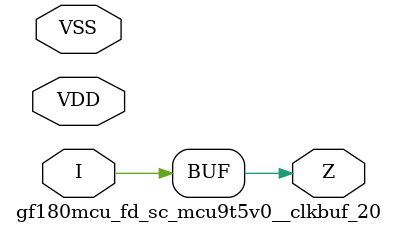
<source format=v>

module gf180mcu_fd_sc_mcu9t5v0__clkbuf_20( I, Z, VDD, VSS );
input I;
inout VDD, VSS;
output Z;

	buf MGM_BG_0( Z, I );

endmodule

</source>
